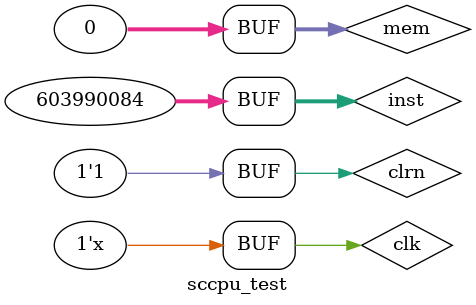
<source format=v>
`timescale 1ns / 1ps


module sccpu_test;

	// Inputs
	reg clk;
	reg clrn;
	reg [31:0] inst;
	reg [31:0] mem;

	// Outputs
	wire [31:0] pc;
	wire wmem;
	wire [31:0] result;
	wire [31:0] data;

	// Instantiate the Unit Under Test (UUT)
	sccpu_cpu uut (
		.clk(clk), 
		.clrn(clrn), 
		.inst(inst), 
		.mem(mem), 
		.pc(pc), 
		.wmem(wmem), 
		.result(result), 
		.data(data)
	);

always #50 clk = ~clk;
	initial begin
		// Initialize Inputs
		clk = 1;
		clrn = 0;
		inst = 0;
		mem = 0;
		#50;
		clrn = 1;

		// Wait 100 ns for global reset to finish
		#50;
		inst = 32'b000101_00000000_00000011_00001_00001;
		
		#100;
		inst = 32'b000101_00000000_00001001_00001_00010;
		
		#100;
		inst = 32'b000000_000001_00000_00011_00001_00010;
		
		#100;
		inst = 32'b001001_00000000_00001010_00010_00100;
		
		
		
		// Add stimulus here
	end
      
endmodule


</source>
